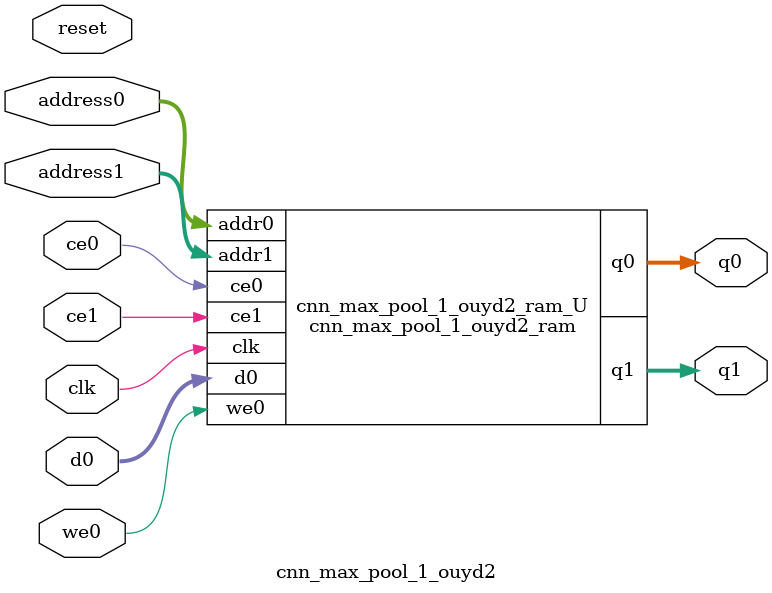
<source format=v>
`timescale 1 ns / 1 ps
module cnn_max_pool_1_ouyd2_ram (addr0, ce0, d0, we0, q0, addr1, ce1, q1,  clk);

parameter DWIDTH = 14;
parameter AWIDTH = 10;
parameter MEM_SIZE = 1014;

input[AWIDTH-1:0] addr0;
input ce0;
input[DWIDTH-1:0] d0;
input we0;
output reg[DWIDTH-1:0] q0;
input[AWIDTH-1:0] addr1;
input ce1;
output reg[DWIDTH-1:0] q1;
input clk;

(* ram_style = "block" *)reg [DWIDTH-1:0] ram[0:MEM_SIZE-1];




always @(posedge clk)  
begin 
    if (ce0) 
    begin
        if (we0) 
        begin 
            ram[addr0] <= d0; 
        end 
        q0 <= ram[addr0];
    end
end


always @(posedge clk)  
begin 
    if (ce1) 
    begin
        q1 <= ram[addr1];
    end
end


endmodule

`timescale 1 ns / 1 ps
module cnn_max_pool_1_ouyd2(
    reset,
    clk,
    address0,
    ce0,
    we0,
    d0,
    q0,
    address1,
    ce1,
    q1);

parameter DataWidth = 32'd14;
parameter AddressRange = 32'd1014;
parameter AddressWidth = 32'd10;
input reset;
input clk;
input[AddressWidth - 1:0] address0;
input ce0;
input we0;
input[DataWidth - 1:0] d0;
output[DataWidth - 1:0] q0;
input[AddressWidth - 1:0] address1;
input ce1;
output[DataWidth - 1:0] q1;



cnn_max_pool_1_ouyd2_ram cnn_max_pool_1_ouyd2_ram_U(
    .clk( clk ),
    .addr0( address0 ),
    .ce0( ce0 ),
    .we0( we0 ),
    .d0( d0 ),
    .q0( q0 ),
    .addr1( address1 ),
    .ce1( ce1 ),
    .q1( q1 ));

endmodule


</source>
